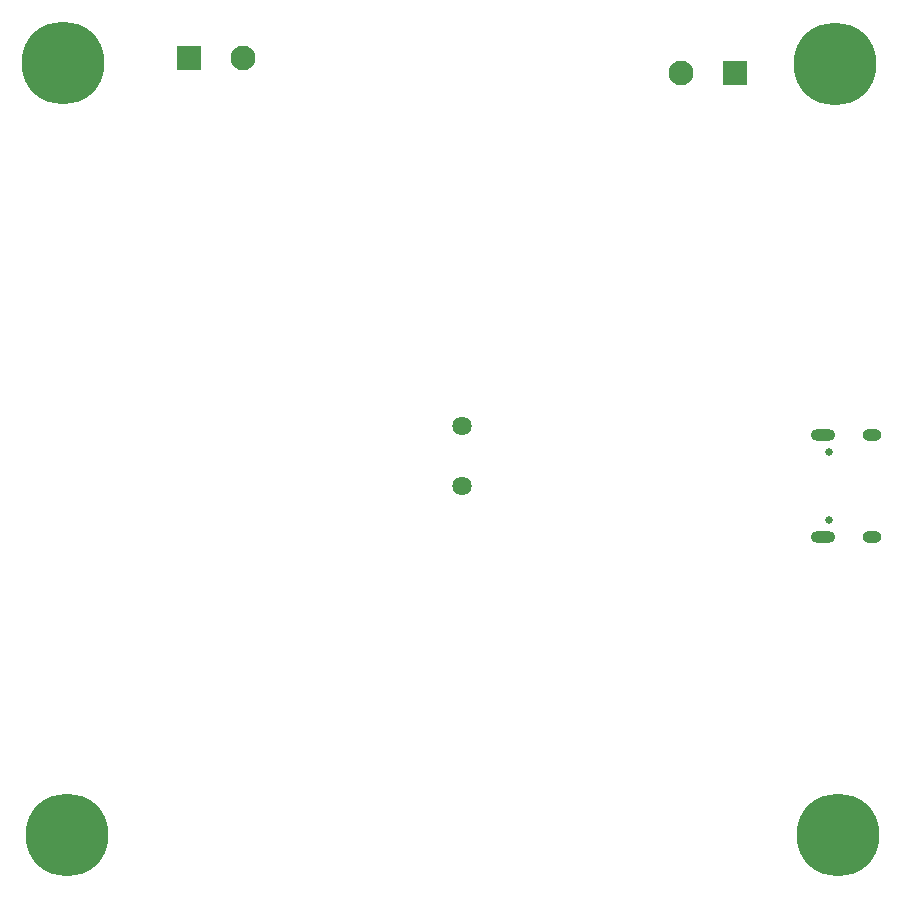
<source format=gbr>
G04 #@! TF.GenerationSoftware,KiCad,Pcbnew,7.0.11-7.0.11~ubuntu22.04.1*
G04 #@! TF.CreationDate,2024-10-06T14:21:29+01:00*
G04 #@! TF.ProjectId,jubileev2,6a756269-6c65-4657-9632-2e6b69636164,rev?*
G04 #@! TF.SameCoordinates,Original*
G04 #@! TF.FileFunction,Soldermask,Bot*
G04 #@! TF.FilePolarity,Negative*
%FSLAX46Y46*%
G04 Gerber Fmt 4.6, Leading zero omitted, Abs format (unit mm)*
G04 Created by KiCad (PCBNEW 7.0.11-7.0.11~ubuntu22.04.1) date 2024-10-06 14:21:29*
%MOMM*%
%LPD*%
G01*
G04 APERTURE LIST*
G04 Aperture macros list*
%AMRoundRect*
0 Rectangle with rounded corners*
0 $1 Rounding radius*
0 $2 $3 $4 $5 $6 $7 $8 $9 X,Y pos of 4 corners*
0 Add a 4 corners polygon primitive as box body*
4,1,4,$2,$3,$4,$5,$6,$7,$8,$9,$2,$3,0*
0 Add four circle primitives for the rounded corners*
1,1,$1+$1,$2,$3*
1,1,$1+$1,$4,$5*
1,1,$1+$1,$6,$7*
1,1,$1+$1,$8,$9*
0 Add four rect primitives between the rounded corners*
20,1,$1+$1,$2,$3,$4,$5,0*
20,1,$1+$1,$4,$5,$6,$7,0*
20,1,$1+$1,$6,$7,$8,$9,0*
20,1,$1+$1,$8,$9,$2,$3,0*%
G04 Aperture macros list end*
%ADD10RoundRect,0.249999X-0.800001X-0.800001X0.800001X-0.800001X0.800001X0.800001X-0.800001X0.800001X0*%
%ADD11C,2.100000*%
%ADD12RoundRect,0.249999X0.800001X0.800001X-0.800001X0.800001X-0.800001X-0.800001X0.800001X-0.800001X0*%
%ADD13C,3.900000*%
%ADD14C,7.000000*%
%ADD15C,1.638000*%
%ADD16C,0.650000*%
%ADD17O,2.100000X1.000000*%
%ADD18O,1.600000X1.000000*%
G04 APERTURE END LIST*
D10*
G04 #@! TO.C,J3*
X55880000Y-58420000D03*
D11*
X60480000Y-58420000D03*
G04 #@! TD*
D12*
G04 #@! TO.C,SW3*
X102108000Y-59690000D03*
D11*
X97508000Y-59690000D03*
G04 #@! TD*
D13*
G04 #@! TO.C,H1*
X45212000Y-58801000D03*
D14*
X45212000Y-58801000D03*
G04 #@! TD*
D13*
G04 #@! TO.C,H2*
X110871000Y-124206000D03*
D14*
X110871000Y-124206000D03*
G04 #@! TD*
D13*
G04 #@! TO.C,H3*
X110568000Y-58928000D03*
D14*
X110568000Y-58928000D03*
G04 #@! TD*
D13*
G04 #@! TO.C,H4*
X45593000Y-124206000D03*
D14*
X45593000Y-124206000D03*
G04 #@! TD*
D15*
G04 #@! TO.C,S2*
X78968000Y-94653000D03*
X78968000Y-89548000D03*
G04 #@! TD*
D16*
G04 #@! TO.C,USB1*
X110098000Y-97523000D03*
X110098000Y-91743000D03*
D17*
X109568000Y-98953000D03*
D18*
X113748000Y-98953000D03*
D17*
X109568000Y-90313000D03*
D18*
X113748000Y-90313000D03*
G04 #@! TD*
M02*

</source>
